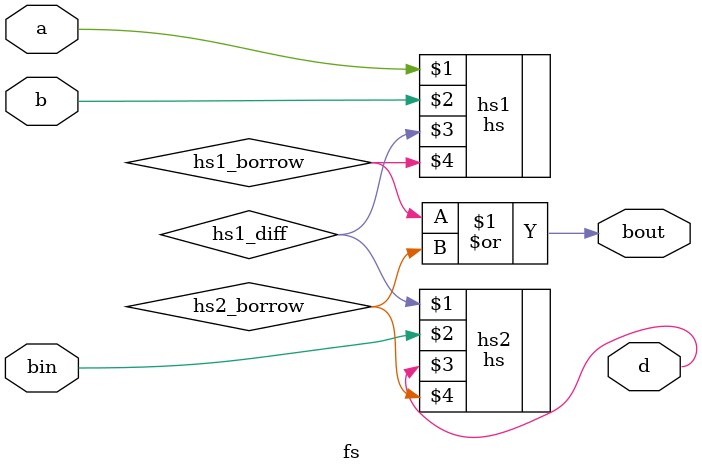
<source format=v>
`include "hs.v"
module fs (a,b,bin,d,bout);
input a, b, bin;
output d, bout;

wire hs1_diff;
wire hs1_borrow;
wire hs2_borrow;

hs hs1 (a,b,hs1_diff,hs1_borrow);
hs hs2 (hs1_diff, bin, d, hs2_borrow);
or(bout,hs1_borrow, hs2_borrow);

endmodule

</source>
